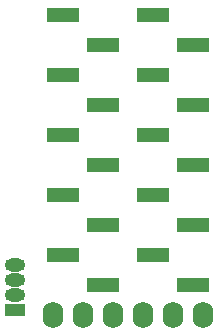
<source format=gbs>
G04 Layer_Color=8150272*
%FSAX24Y24*%
%MOIN*%
G70*
G01*
G75*
%ADD29R,0.0680X0.0434*%
%ADD30O,0.0680X0.0434*%
%ADD31O,0.0680X0.0880*%
%ADD32R,0.1068X0.0474*%
D29*
X025310Y009265D02*
D03*
D30*
Y009765D02*
D03*
Y010265D02*
D03*
Y010765D02*
D03*
D31*
X027560Y009115D02*
D03*
X028560D02*
D03*
X026560D02*
D03*
X030560D02*
D03*
X031560D02*
D03*
X029560D02*
D03*
D32*
X031216Y010115D02*
D03*
X029904Y011115D02*
D03*
X031216Y012115D02*
D03*
X029904Y013115D02*
D03*
X031216Y014115D02*
D03*
X029904Y015115D02*
D03*
X031216Y016115D02*
D03*
X029904Y017115D02*
D03*
X031216Y018115D02*
D03*
X029904Y019115D02*
D03*
X028215Y010115D02*
D03*
X026904Y011115D02*
D03*
X028215Y012115D02*
D03*
X026904Y013115D02*
D03*
X028215Y014115D02*
D03*
X026904Y015115D02*
D03*
X028215Y016115D02*
D03*
X026904Y017115D02*
D03*
X028215Y018115D02*
D03*
X026904Y019115D02*
D03*
M02*

</source>
